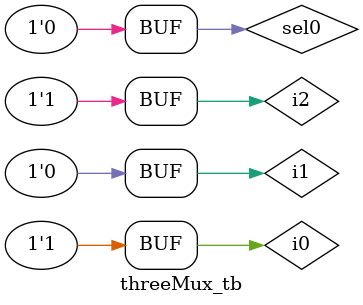
<source format=sv>

function automatic twoMux(input logic sel, 
                   input logic i0, i1);
  
  twoMux = sel ? i1 : i0;
  
endfunction

module threeMux(input logic sel0, sel1,
                input logic i0, i1, i2,
                output logic y);
  
  logic y0;
  
  always_comb begin
    
  y0 = twoMux(sel1, i0, i1);
  y = twoMux(sel0, y0, i2);
  end
  
endmodule 
  
//--------------------------- TestBench ---------------------------//

module threeMux_tb;
  
  logic i0, i1, i2;
  logic sel0, sel1;
  wire y;
  
  threeMux dut(sel0, sel1, i0, i1, i2, y);
  
  initial begin
    
    $monitor("sel0 = %b sel1 = %b i0 = %b i1 = %b i2 = %b y = %b", sel0, sel1, i0, i1, i2, y);
    
    {i2, i1, i0} = 4'h5;
    
    repeat(8) begin
      {sel0, sel1} = $random;
      #5;
    end 
  end
endmodule 

</source>
